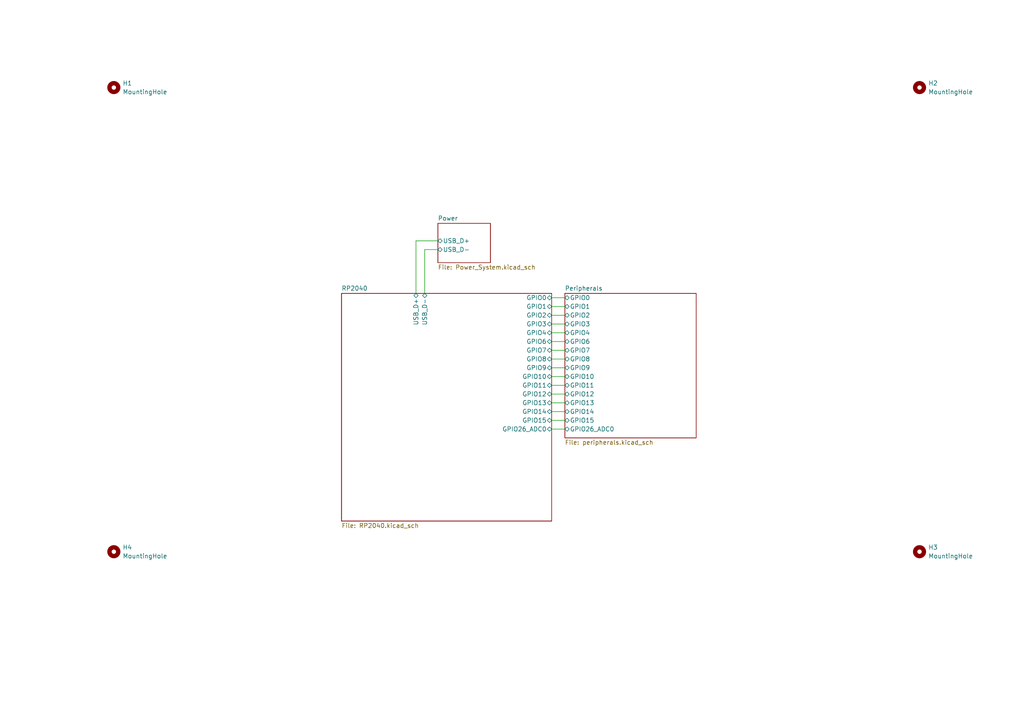
<source format=kicad_sch>
(kicad_sch (version 20250114) (generator "eeschema") (generator_version "9.0")
  (paper "A4")
  (lib_symbols
    (symbol "Mechanical:MountingHole" (pin_names (offset 1.016)) (in_bom no)
      (property "Reference" "H" (at 0 5.08 0))
      (property "Value" "MountingHole" (at 0 3.175 0))
      (symbol "MountingHole_0_1"
        (circle (center 0 0) (radius 1.27) (stroke (width 1.27)))
      )
    )
  )
  (wire (pts (xy 120.65 69.85) (xy 120.65 85.09)))
  (wire (pts (xy 127 72.39) (xy 123.19 72.39)))
  (wire (pts (xy 160.02 124.46) (xy 163.83 124.46)))
  (wire (pts (xy 160.02 96.52) (xy 163.83 96.52)))
  (wire (pts (xy 123.19 72.39) (xy 123.19 85.09)))
  (wire (pts (xy 160.02 86.36) (xy 163.83 86.36)))
  (wire (pts (xy 160.02 109.22) (xy 163.83 109.22)))
  (wire (pts (xy 160.02 119.38) (xy 163.83 119.38)))
  (wire (pts (xy 160.02 106.68) (xy 163.83 106.68)))
  (wire (pts (xy 160.02 114.3) (xy 163.83 114.3)))
  (wire (pts (xy 160.02 88.9) (xy 163.83 88.9)))
  (wire (pts (xy 160.02 91.44) (xy 163.83 91.44)))
  (wire (pts (xy 160.02 121.92) (xy 163.83 121.92)))
  (wire (pts (xy 160.02 101.6) (xy 163.83 101.6)))
  (wire (pts (xy 160.02 111.76) (xy 163.83 111.76)))
  (wire (pts (xy 160.02 116.84) (xy 163.83 116.84)))
  (wire (pts (xy 127 69.85) (xy 120.65 69.85)))
  (wire (pts (xy 160.02 99.06) (xy 163.83 99.06)))
  (wire (pts (xy 160.02 104.14) (xy 163.83 104.14)))
  (wire (pts (xy 160.02 93.98) (xy 163.83 93.98)))
  (symbol (lib_id "Mechanical:MountingHole") (at 266.7 25.4 0) (unit 1) (in_bom no)
    (property "Reference" "H2" (at 269.24 24.1299 0) (effects (justify left)))
    (property "Value" "MountingHole" (at 269.24 26.6699 0) (effects (justify left)))
    (property "Footprint" "MountingHole:MountingHole_2.2mm_M2" (effects (hide yes)))
    (property "Description" "Mounting Hole without connection" (effects (hide yes)))
  )
  (symbol (lib_id "Mechanical:MountingHole") (at 33.02 160.02 0) (unit 1) (in_bom no)
    (property "Reference" "H4" (at 35.56 158.7499 0) (effects (justify left)))
    (property "Value" "MountingHole" (at 35.56 161.2899 0) (effects (justify left)))
    (property "Footprint" "MountingHole:MountingHole_2.2mm_M2" (effects (hide yes)))
    (property "Description" "Mounting Hole without connection" (effects (hide yes)))
  )
  (symbol (lib_id "Mechanical:MountingHole") (at 266.7 160.02 0) (unit 1) (in_bom no)
    (property "Reference" "H3" (at 269.24 158.7499 0) (effects (justify left)))
    (property "Value" "MountingHole" (at 269.24 161.2899 0) (effects (justify left)))
    (property "Footprint" "MountingHole:MountingHole_2.2mm_M2" (effects (hide yes)))
    (property "Description" "Mounting Hole without connection" (effects (hide yes)))
  )
  (symbol (lib_id "Mechanical:MountingHole") (at 33.02 25.4 0) (unit 1) (in_bom no)
    (property "Reference" "H1" (at 35.56 24.1299 0) (effects (justify left)))
    (property "Value" "MountingHole" (at 35.56 26.6699 0) (effects (justify left)))
    (property "Footprint" "MountingHole:MountingHole_2.2mm_M2" (effects (hide yes)))
    (property "Description" "Mounting Hole without connection" (effects (hide yes)))
  )
  (sheet (at 163.83 85.09) (size 38.1 41.91) (stroke (width 0.1524))
    (property "Sheetname" "Peripherals" (at 163.83 84.3784 0) (effects (justify left bottom)))
    (property "Sheetfile" "peripherals.kicad_sch" (at 163.83 127.5846 0) (effects (justify left top)))
    (pin "GPIO11" bidirectional (at 163.83 111.76 180))
    (pin "GPIO1" bidirectional (at 163.83 88.9 180))
    (pin "GPIO12" bidirectional (at 163.83 114.3 180))
    (pin "GPIO2" bidirectional (at 163.83 91.44 180))
    (pin "GPIO3" bidirectional (at 163.83 93.98 180))
    (pin "GPIO9" bidirectional (at 163.83 106.68 180))
    (pin "GPIO13" bidirectional (at 163.83 116.84 180))
    (pin "GPIO0" bidirectional (at 163.83 86.36 180))
    (pin "GPIO6" bidirectional (at 163.83 99.06 180))
    (pin "GPIO15" bidirectional (at 163.83 121.92 180))
    (pin "GPIO10" bidirectional (at 163.83 109.22 180))
    (pin "GPIO4" bidirectional (at 163.83 96.52 180))
    (pin "GPIO7" bidirectional (at 163.83 101.6 180))
    (pin "GPIO14" bidirectional (at 163.83 119.38 180))
    (pin "GPIO8" bidirectional (at 163.83 104.14 180))
    (pin "GPIO26_ADC0" bidirectional (at 163.83 124.46 180))
  )
  (sheet (at 99.06 85.09) (size 60.96 66.04) (stroke (width 0.1524))
    (property "Sheetname" "RP2040" (at 99.06 84.3784 0) (effects (justify left bottom)))
    (property "Sheetfile" "RP2040.kicad_sch" (at 99.06 151.7146 0) (effects (justify left top)))
    (pin "USB_D-" bidirectional (at 123.19 85.09 90))
    (pin "GPIO13" bidirectional (at 160.02 116.84 0))
    (pin "GPIO4" bidirectional (at 160.02 96.52 0))
    (pin "GPIO15" bidirectional (at 160.02 121.92 0))
    (pin "GPIO26_ADC0" bidirectional (at 160.02 124.46 0))
    (pin "GPIO14" bidirectional (at 160.02 119.38 0))
    (pin "USB_D+" bidirectional (at 120.65 85.09 90))
    (pin "GPIO0" bidirectional (at 160.02 86.36 0))
    (pin "GPIO3" bidirectional (at 160.02 93.98 0))
    (pin "GPIO2" bidirectional (at 160.02 91.44 0))
    (pin "GPIO6" bidirectional (at 160.02 99.06 0))
    (pin "GPIO1" bidirectional (at 160.02 88.9 0))
    (pin "GPIO8" bidirectional (at 160.02 104.14 0))
    (pin "GPIO11" bidirectional (at 160.02 111.76 0))
    (pin "GPIO9" bidirectional (at 160.02 106.68 0))
    (pin "GPIO7" bidirectional (at 160.02 101.6 0))
    (pin "GPIO12" bidirectional (at 160.02 114.3 0))
    (pin "GPIO10" bidirectional (at 160.02 109.22 0))
  )
  (sheet (at 127 64.77) (size 15.24 11.43) (stroke (width 0.1524))
    (property "Sheetname" "Power" (at 127 64.0584 0) (effects (justify left bottom)))
    (property "Sheetfile" "Power_System.kicad_sch" (at 127 76.7846 0) (effects (justify left top)))
    (pin "USB_D-" bidirectional (at 127 72.39 180))
    (pin "USB_D+" bidirectional (at 127 69.85 180))
  )
)
</source>
